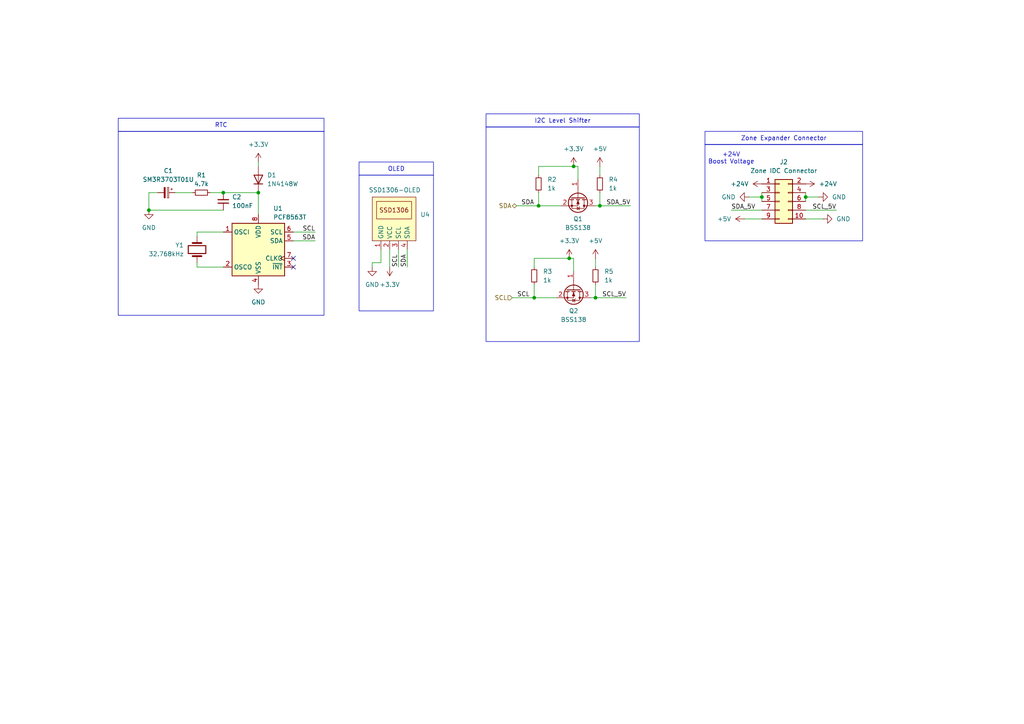
<source format=kicad_sch>
(kicad_sch (version 20231120) (generator "eeschema") (generator_version "8.0")
  (paper "A4")
  (lib_symbols
    (symbol "Connector_Generic:Conn_02x05_Odd_Even" (pin_names (offset 1.016) hide)
      (property "Reference" "J" (at 1.27 7.62 0))
      (property "Value" "Conn_02x05_Odd_Even" (at 1.27 -7.62 0))
      (symbol "Conn_02x05_Odd_Even_1_1"
        (rectangle (start -1.27 -4.953) (end 0 -5.207) (stroke (width 0.1524)))
        (rectangle (start -1.27 -2.413) (end 0 -2.667) (stroke (width 0.1524)))
        (rectangle (start -1.27 0.127) (end 0 -0.127) (stroke (width 0.1524)))
        (rectangle (start -1.27 2.667) (end 0 2.413) (stroke (width 0.1524)))
        (rectangle (start -1.27 5.207) (end 0 4.953) (stroke (width 0.1524)))
        (rectangle (start -1.27 6.35) (end 3.81 -6.35) (stroke (width 0.254)) (fill (type background)))
        (rectangle (start 3.81 -4.953) (end 2.54 -5.207) (stroke (width 0.1524)))
        (rectangle (start 3.81 -2.413) (end 2.54 -2.667) (stroke (width 0.1524)))
        (rectangle (start 3.81 0.127) (end 2.54 -0.127) (stroke (width 0.1524)))
        (rectangle (start 3.81 2.667) (end 2.54 2.413) (stroke (width 0.1524)))
        (rectangle (start 3.81 5.207) (end 2.54 4.953) (stroke (width 0.1524)))
        (pin passive line (at -5.08 5.08 0) (length 3.81) (name "Pin_1") (number "1"))
        (pin passive line (at 7.62 -5.08 180) (length 3.81) (name "Pin_10") (number "10"))
        (pin passive line (at 7.62 5.08 180) (length 3.81) (name "Pin_2") (number "2"))
        (pin passive line (at -5.08 2.54 0) (length 3.81) (name "Pin_3") (number "3"))
        (pin passive line (at 7.62 2.54 180) (length 3.81) (name "Pin_4") (number "4"))
        (pin passive line (at -5.08 0 0) (length 3.81) (name "Pin_5") (number "5"))
        (pin passive line (at 7.62 0 180) (length 3.81) (name "Pin_6") (number "6"))
        (pin passive line (at -5.08 -2.54 0) (length 3.81) (name "Pin_7") (number "7"))
        (pin passive line (at 7.62 -2.54 180) (length 3.81) (name "Pin_8") (number "8"))
        (pin passive line (at -5.08 -5.08 0) (length 3.81) (name "Pin_9") (number "9"))
      )
    )
    (symbol "Device:C_Polarized_Small" (pin_numbers hide) (pin_names (offset 0.254) hide)
      (property "Reference" "C" (at 0.254 1.778 0))
      (property "Value" "C_Polarized_Small" (at 0.254 -2.032 0))
      (symbol "C_Polarized_Small_0_1"
        (rectangle (start -1.524 -0.3048) (end 1.524 -0.6858) (fill (type outline)))
        (rectangle (start -1.524 0.6858) (end 1.524 0.3048))
        (polyline (pts (xy -1.27 1.524) (xy -0.762 1.524)))
        (polyline (pts (xy -1.016 1.27) (xy -1.016 1.778)))
      )
      (symbol "C_Polarized_Small_1_1"
        (pin passive line (at 0 2.54 270) (length 1.8542) (name "~") (number "1"))
        (pin passive line (at 0 -2.54 90) (length 1.8542) (name "~") (number "2"))
      )
    )
    (symbol "Device:C_Small" (pin_numbers hide) (pin_names (offset 0.254) hide)
      (property "Reference" "C" (at 0.254 1.778 0))
      (property "Value" "C_Small" (at 0.254 -2.032 0))
      (symbol "C_Small_0_1"
        (polyline (pts (xy -1.524 -0.508) (xy 1.524 -0.508)) (stroke (width 0.3302)))
        (polyline (pts (xy -1.524 0.508) (xy 1.524 0.508)) (stroke (width 0.3048)))
      )
      (symbol "C_Small_1_1"
        (pin passive line (at 0 2.54 270) (length 2.032) (name "~") (number "1"))
        (pin passive line (at 0 -2.54 90) (length 2.032) (name "~") (number "2"))
      )
    )
    (symbol "Device:Crystal" (pin_numbers hide) (pin_names (offset 1.016) hide)
      (property "Reference" "Y" (at 0 3.81 0))
      (property "Value" "Crystal" (at 0 -3.81 0))
      (symbol "Crystal_0_1"
        (rectangle (start -1.143 2.54) (end 1.143 -2.54) (stroke (width 0.3048)))
        (polyline (pts (xy -2.54 0) (xy -1.905 0)))
        (polyline (pts (xy -1.905 -1.27) (xy -1.905 1.27)) (stroke (width 0.508)))
        (polyline (pts (xy 1.905 -1.27) (xy 1.905 1.27)) (stroke (width 0.508)))
        (polyline (pts (xy 2.54 0) (xy 1.905 0)))
      )
      (symbol "Crystal_1_1"
        (pin passive line (at -3.81 0 0) (length 1.27) (name "1") (number "1"))
        (pin passive line (at 3.81 0 180) (length 1.27) (name "2") (number "2"))
      )
    )
    (symbol "Device:R_Small" (pin_numbers hide) (pin_names (offset 0.254) hide)
      (property "Reference" "R" (at 0.762 0.508 0))
      (property "Value" "R_Small" (at 0.762 -1.016 0))
      (symbol "R_Small_0_1"
        (rectangle (start -0.762 1.778) (end 0.762 -1.778) (stroke (width 0.2032)))
      )
      (symbol "R_Small_1_1"
        (pin passive line (at 0 2.54 270) (length 0.762) (name "~") (number "1"))
        (pin passive line (at 0 -2.54 90) (length 0.762) (name "~") (number "2"))
      )
    )
    (symbol "Diode:1N4148W" (pin_numbers hide) (pin_names hide)
      (property "Reference" "D" (at 0 2.54 0))
      (property "Value" "1N4148W" (at 0 -2.54 0))
      (symbol "1N4148W_0_1"
        (polyline (pts (xy -1.27 1.27) (xy -1.27 -1.27)) (stroke (width 0.254)))
        (polyline (pts (xy 1.27 0) (xy -1.27 0)))
        (polyline (pts (xy 1.27 1.27) (xy 1.27 -1.27) (xy -1.27 0) (xy 1.27 1.27)) (stroke (width 0.254)))
      )
      (symbol "1N4148W_1_1"
        (pin passive line (at -3.81 0 0) (length 2.54) (name "K") (number "1"))
        (pin passive line (at 3.81 0 180) (length 2.54) (name "A") (number "2"))
      )
    )
    (symbol "OpenSprinkler:SSD1306-OLED"
      (property "Reference" "U" (at 0 -1.524 0))
      (property "Value" "SSD1306-OLED" (at 0 0 0))
      (symbol "SSD1306-OLED_1_1"
        (rectangle (start -6.35 6.35) (end 6.35 -6.35) (fill (type background)))
        (rectangle (start -5.08 5.08) (end 5.08 0))
        (text "SSD1306" (at 0 2.54 0) (effects (font (size 1.27 1.27))))
        (pin power_out line (at -3.81 -8.89 90) (length 2.54) (name "GND") (number "1"))
        (pin power_in line (at -1.27 -8.89 90) (length 2.54) (name "VCC") (number "2"))
        (pin input line (at 1.27 -8.89 90) (length 2.54) (name "SCL") (number "3"))
        (pin bidirectional line (at 3.81 -8.89 90) (length 2.54) (name "SDA") (number "4"))
      )
    )
    (symbol "Timer_RTC:PCF8563T"
      (property "Reference" "U" (at -7.62 8.89 0))
      (property "Value" "PCF8563T" (at 2.54 8.89 0))
      (symbol "PCF8563T_0_1"
        (rectangle (start -7.62 7.62) (end 7.62 -7.62) (stroke (width 0.254)) (fill (type background)))
      )
      (symbol "PCF8563T_1_1"
        (pin input line (at -10.16 5.08 0) (length 2.54) (name "OSCI") (number "1"))
        (pin output line (at -10.16 -5.08 0) (length 2.54) (name "OSCO") (number "2"))
        (pin output line (at 10.16 -5.08 180) (length 2.54) (name "~{INT}") (number "3"))
        (pin power_in line (at 0 -10.16 90) (length 2.54) (name "VSS") (number "4"))
        (pin bidirectional line (at 10.16 2.54 180) (length 2.54) (name "SDA") (number "5"))
        (pin input line (at 10.16 5.08 180) (length 2.54) (name "SCL") (number "6"))
        (pin output clock (at 10.16 -2.54 180) (length 2.54) (name "CLKO") (number "7"))
        (pin power_in line (at 0 10.16 270) (length 2.54) (name "VDD") (number "8"))
      )
    )
    (symbol "Transistor_FET:BSS138" (pin_names hide)
      (property "Reference" "Q" (at 5.08 1.905 0))
      (property "Value" "BSS138" (at 5.08 0 0))
      (symbol "BSS138_0_1"
        (polyline (pts (xy 0.254 0) (xy -2.54 0)))
        (polyline (pts (xy 0.254 1.905) (xy 0.254 -1.905)) (stroke (width 0.254)))
        (polyline (pts (xy 0.762 -1.27) (xy 0.762 -2.286)) (stroke (width 0.254)))
        (polyline (pts (xy 0.762 0.508) (xy 0.762 -0.508)) (stroke (width 0.254)))
        (polyline (pts (xy 0.762 2.286) (xy 0.762 1.27)) (stroke (width 0.254)))
        (polyline (pts (xy 2.54 2.54) (xy 2.54 1.778)))
        (polyline (pts (xy 2.54 -2.54) (xy 2.54 0) (xy 0.762 0)))
        (polyline (pts (xy 0.762 -1.778) (xy 3.302 -1.778) (xy 3.302 1.778) (xy 0.762 1.778)))
        (polyline (pts (xy 1.016 0) (xy 2.032 0.381) (xy 2.032 -0.381) (xy 1.016 0)) (fill (type outline)))
        (polyline (pts (xy 2.794 0.508) (xy 2.921 0.381) (xy 3.683 0.381) (xy 3.81 0.254)))
        (polyline (pts (xy 3.302 0.381) (xy 2.921 -0.254) (xy 3.683 -0.254) (xy 3.302 0.381)))
        (circle (center 1.651 0) (radius 2.794) (stroke (width 0.254)))
        (circle (center 2.54 -1.778) (radius 0.254) (fill (type outline)))
        (circle (center 2.54 1.778) (radius 0.254) (fill (type outline)))
      )
      (symbol "BSS138_1_1"
        (pin input line (at -5.08 0 0) (length 2.54) (name "G") (number "1"))
        (pin passive line (at 2.54 -5.08 90) (length 2.54) (name "S") (number "2"))
        (pin passive line (at 2.54 5.08 270) (length 2.54) (name "D") (number "3"))
      )
    )
    (symbol "power:+24V" (power) (pin_numbers hide) (pin_names (offset 0) hide)
      (property "Value" "+24V" (at 0 3.556 0))
      (symbol "+24V_0_1"
        (polyline (pts (xy -0.762 1.27) (xy 0 2.54)))
        (polyline (pts (xy 0 0) (xy 0 2.54)))
        (polyline (pts (xy 0 2.54) (xy 0.762 1.27)))
      )
      (symbol "+24V_1_1"
        (pin power_in line (at 0 0 90) (length 0) (name "~") (number "1"))
      )
    )
    (symbol "power:+3.3V" (power) (pin_numbers hide) (pin_names (offset 0) hide)
      (property "Value" "+3.3V" (at 0 3.556 0))
      (symbol "+3.3V_0_1"
        (polyline (pts (xy -0.762 1.27) (xy 0 2.54)))
        (polyline (pts (xy 0 0) (xy 0 2.54)))
        (polyline (pts (xy 0 2.54) (xy 0.762 1.27)))
      )
      (symbol "+3.3V_1_1"
        (pin power_in line (at 0 0 90) (length 0) (name "~") (number "1"))
      )
    )
    (symbol "power:+5V" (power) (pin_numbers hide) (pin_names (offset 0) hide)
      (property "Value" "+5V" (at 0 3.556 0))
      (symbol "+5V_0_1"
        (polyline (pts (xy -0.762 1.27) (xy 0 2.54)))
        (polyline (pts (xy 0 0) (xy 0 2.54)))
        (polyline (pts (xy 0 2.54) (xy 0.762 1.27)))
      )
      (symbol "+5V_1_1"
        (pin power_in line (at 0 0 90) (length 0) (name "~") (number "1"))
      )
    )
    (symbol "power:GND" (power) (pin_numbers hide) (pin_names (offset 0) hide)
      (property "Value" "GND" (at 0 -3.81 0))
      (symbol "GND_0_1"
        (polyline (pts (xy 0 0) (xy 0 -1.27) (xy 1.27 -1.27) (xy 0 -2.54) (xy -1.27 -1.27) (xy 0 -1.27)))
      )
      (symbol "GND_1_1"
        (pin power_in line (at 0 0 270) (length 0) (name "~") (number "1"))
      )
    )
  )
  (junction (at 233.68 57.15))
  (junction (at 154.94 86.36))
  (junction (at 172.72 86.36))
  (junction (at 220.98 57.15))
  (junction (at 166.37 48.26))
  (junction (at 64.77 55.88))
  (junction (at 156.21 59.69))
  (junction (at 74.93 55.88))
  (junction (at 173.99 59.69))
  (junction (at 43.18 60.96))
  (junction (at 165.1 74.93))
  (no_connect (at 85.09 74.93))
  (no_connect (at 85.09 77.47))
  (wire (pts (xy 233.68 57.15) (xy 233.68 58.42)))
  (wire (pts (xy 154.94 86.36) (xy 148.59 86.36)))
  (wire (pts (xy 166.37 78.74) (xy 166.37 74.93)))
  (wire (pts (xy 172.72 86.36) (xy 181.61 86.36)))
  (wire (pts (xy 220.98 63.5) (xy 215.9 63.5)))
  (wire (pts (xy 220.98 55.88) (xy 220.98 57.15)))
  (wire (pts (xy 233.68 55.88) (xy 233.68 57.15)))
  (wire (pts (xy 107.95 76.2) (xy 107.95 77.47)))
  (wire (pts (xy 85.09 67.31) (xy 91.44 67.31)))
  (wire (pts (xy 43.18 60.96) (xy 64.77 60.96)))
  (wire (pts (xy 64.77 67.31) (xy 57.15 67.31)))
  (wire (pts (xy 237.49 57.15) (xy 233.68 57.15)))
  (wire (pts (xy 43.18 55.88) (xy 45.72 55.88)))
  (wire (pts (xy 110.49 76.2) (xy 110.49 72.39)))
  (wire (pts (xy 220.98 60.96) (xy 212.09 60.96)))
  (wire (pts (xy 173.99 59.69) (xy 172.72 59.69)))
  (wire (pts (xy 156.21 50.8) (xy 156.21 48.26)))
  (wire (pts (xy 57.15 67.31) (xy 57.15 68.58)))
  (wire (pts (xy 172.72 74.93) (xy 172.72 77.47)))
  (wire (pts (xy 173.99 55.88) (xy 173.99 59.69)))
  (wire (pts (xy 43.18 55.88) (xy 43.18 60.96)))
  (wire (pts (xy 220.98 57.15) (xy 220.98 58.42)))
  (wire (pts (xy 233.68 60.96) (xy 242.57 60.96)))
  (wire (pts (xy 50.8 55.88) (xy 55.88 55.88)))
  (wire (pts (xy 156.21 59.69) (xy 162.56 59.69)))
  (wire (pts (xy 172.72 86.36) (xy 171.45 86.36)))
  (wire (pts (xy 115.57 72.39) (xy 115.57 77.47)))
  (wire (pts (xy 57.15 77.47) (xy 64.77 77.47)))
  (wire (pts (xy 233.68 63.5) (xy 238.76 63.5)))
  (wire (pts (xy 74.93 46.99) (xy 74.93 48.26)))
  (wire (pts (xy 113.03 72.39) (xy 113.03 77.47)))
  (wire (pts (xy 154.94 77.47) (xy 154.94 74.93)))
  (wire (pts (xy 74.93 55.88) (xy 74.93 62.23)))
  (wire (pts (xy 172.72 82.55) (xy 172.72 86.36)))
  (wire (pts (xy 165.1 74.93) (xy 166.37 74.93)))
  (wire (pts (xy 156.21 59.69) (xy 149.86 59.69)))
  (wire (pts (xy 107.95 76.2) (xy 110.49 76.2)))
  (wire (pts (xy 57.15 76.2) (xy 57.15 77.47)))
  (wire (pts (xy 60.96 55.88) (xy 64.77 55.88)))
  (wire (pts (xy 118.11 72.39) (xy 118.11 77.47)))
  (wire (pts (xy 156.21 55.88) (xy 156.21 59.69)))
  (wire (pts (xy 167.64 48.26) (xy 166.37 48.26)))
  (wire (pts (xy 85.09 69.85) (xy 91.44 69.85)))
  (wire (pts (xy 217.17 57.15) (xy 220.98 57.15)))
  (wire (pts (xy 156.21 48.26) (xy 166.37 48.26)))
  (wire (pts (xy 64.77 55.88) (xy 74.93 55.88)))
  (wire (pts (xy 154.94 82.55) (xy 154.94 86.36)))
  (wire (pts (xy 154.94 86.36) (xy 161.29 86.36)))
  (wire (pts (xy 173.99 59.69) (xy 182.88 59.69)))
  (wire (pts (xy 173.99 48.26) (xy 173.99 50.8)))
  (wire (pts (xy 154.94 74.93) (xy 165.1 74.93)))
  (wire (pts (xy 167.64 52.07) (xy 167.64 48.26)))
  (rectangle (start 104.14 50.8) (end 125.73 90.17))
  (rectangle (start 140.97 36.83) (end 185.42 99.06))
  (rectangle (start 204.47 41.91) (end 250.19 69.85))
  (rectangle (start 34.29 38.1) (end 93.98 91.44))
  (text_box "OLED" (at 104.14 46.99 0) (size 21.59 3.81) (effects (font (size 1.27 1.27))))
  (text_box "Zone Expander Connector" (at 204.47 38.1 0) (size 45.72 3.81) (effects (font (size 1.27 1.27))))
  (text_box "I2C Level Shifter" (at 140.97 33.02 0) (size 44.45 3.81) (effects (font (size 1.27 1.27))))
  (text_box "RTC" (at 34.29 34.29 0) (size 59.69 3.81) (effects (font (size 1.27 1.27))))
  (text "+24V\nBoost Voltage" (at 212.09 45.974 0) (effects (font (size 1.27 1.27))))
  (label "SDA" (at 91.44 69.85 180))
  (label "SCL" (at 153.67 86.36 180))
  (label "SDA_5V" (at 212.09 60.96 0))
  (label "SCL" (at 91.44 67.31 180))
  (label "SCL" (at 115.57 77.47 90))
  (label "SDA_5V" (at 182.88 59.69 180))
  (label "SCL_5V" (at 242.57 60.96 180))
  (label "SDA" (at 118.11 77.47 90))
  (label "SCL_5V" (at 181.61 86.36 180))
  (label "SDA" (at 154.94 59.69 180))
  (hierarchical_label "SDA" (shape bidirectional) (at 149.86 59.69 180))
  (hierarchical_label "SCL" (shape input) (at 148.59 86.36 180))
  (symbol (lib_id "Transistor_FET:BSS138") (at 166.37 83.82 270) (unit 1)
    (property "Reference" "Q2" (at 166.37 90.17 90))
    (property "Value" "BSS138" (at 166.37 92.71 90))
    (property "Footprint" "Package_TO_SOT_SMD:SOT-23" (effects (hide yes)))
    (property "Datasheet" "https://www.onsemi.com/pub/Collateral/BSS138-D.PDF" (effects (hide yes)))
    (property "Description" "50V Vds, 0.22A Id, N-Channel MOSFET, SOT-23" (effects (hide yes)))
    (property "JLCPCB Part #" "C7420339" (effects (hide yes)))
  )
  (symbol (lib_id "Device:R_Small") (at 173.99 53.34 180) (unit 1)
    (property "Reference" "R4" (at 176.53 52.0699 0) (effects (justify right)))
    (property "Value" "1k" (at 176.53 54.6099 0) (effects (justify right)))
    (property "Footprint" "Resistor_SMD:R_0603_1608Metric_Pad0.98x0.95mm_HandSolder" (effects (hide yes)))
    (property "Description" "Resistor, small symbol" (effects (hide yes)))
    (property "JLCPCB Part #" "C21190" (effects (hide yes)))
  )
  (symbol (lib_id "power:GND") (at 74.93 82.55 0) (unit 1)
    (property "Reference" "#PWR03" (effects (hide yes)))
    (property "Value" "GND" (at 74.93 87.63 0))
    (property "Description" "Power symbol creates a global label with name \"GND\" , ground" (effects (hide yes)))
  )
  (symbol (lib_id "Device:R_Small") (at 156.21 53.34 0) (unit 1)
    (property "Reference" "R2" (at 158.75 52.0699 0) (effects (justify left)))
    (property "Value" "1k" (at 158.75 54.6099 0) (effects (justify left)))
    (property "Footprint" "Resistor_SMD:R_0603_1608Metric_Pad0.98x0.95mm_HandSolder" (effects (hide yes)))
    (property "Description" "Resistor, small symbol" (effects (hide yes)))
    (property "JLCPCB Part #" "C21190" (effects (hide yes)))
  )
  (symbol (lib_id "power:GND") (at 43.18 60.96 0) (unit 1)
    (property "Reference" "#PWR01" (effects (hide yes)))
    (property "Value" "GND" (at 43.18 66.04 0))
    (property "Description" "Power symbol creates a global label with name \"GND\" , ground" (effects (hide yes)))
  )
  (symbol (lib_id "Device:R_Small") (at 172.72 80.01 180) (unit 1)
    (property "Reference" "R5" (at 175.26 78.7399 0) (effects (justify right)))
    (property "Value" "1k" (at 175.26 81.2799 0) (effects (justify right)))
    (property "Footprint" "Resistor_SMD:R_0603_1608Metric_Pad0.98x0.95mm_HandSolder" (effects (hide yes)))
    (property "Description" "Resistor, small symbol" (effects (hide yes)))
    (property "JLCPCB Part #" "C21190" (effects (hide yes)))
  )
  (symbol (lib_id "power:+5V") (at 172.72 74.93 0) (unit 1)
    (property "Reference" "#PWR014" (effects (hide yes)))
    (property "Value" "+5V" (at 172.72 69.85 0))
    (property "Description" "Power symbol creates a global label with name \"+5V\"" (effects (hide yes)))
  )
  (symbol (lib_id "power:+24V") (at 233.68 53.34 270) (unit 1)
    (property "Reference" "#PWR017" (effects (hide yes)))
    (property "Value" "+24V" (at 237.49 53.3399 90) (effects (justify left)))
    (property "Description" "Power symbol creates a global label with name \"+24V\"" (effects (hide yes)))
  )
  (symbol (lib_id "Device:R_Small") (at 58.42 55.88 90) (unit 1)
    (property "Reference" "R1" (at 58.42 50.8 90))
    (property "Value" "4.7k" (at 58.42 53.34 90))
    (property "Footprint" "Resistor_SMD:R_0603_1608Metric_Pad0.98x0.95mm_HandSolder" (effects (hide yes)))
    (property "Description" "Resistor, small symbol" (effects (hide yes)))
    (property "JLCPCB Part #" "C23162" (effects (hide yes)))
  )
  (symbol (lib_id "Timer_RTC:PCF8563T") (at 74.93 72.39 0) (unit 1)
    (property "Reference" "U1" (at 79.248 60.452 0) (effects (justify left)))
    (property "Value" "PCF8563T" (at 79.248 62.992 0) (effects (justify left)))
    (property "Footprint" "Package_SO:SOIC-8_3.9x4.9mm_P1.27mm" (effects (hide yes)))
    (property "Datasheet" "https://www.nxp.com/docs/en/data-sheet/PCF8563.pdf" (effects (hide yes)))
    (property "Description" "Realtime Clock/Calendar I2C Interface, SOIC-8" (effects (hide yes)))
    (property "JLCPCB Part #" "C7440" (effects (hide yes)))
  )
  (symbol (lib_id "power:GND") (at 237.49 57.15 90) (unit 1)
    (property "Reference" "#PWR016" (effects (hide yes)))
    (property "Value" "GND" (at 241.3 57.1499 90) (effects (justify right)))
    (property "Description" "Power symbol creates a global label with name \"GND\" , ground" (effects (hide yes)))
  )
  (symbol (lib_id "power:+3.3V") (at 165.1 74.93 0) (unit 1)
    (property "Reference" "#PWR013" (effects (hide yes)))
    (property "Value" "+3.3V" (at 165.1 69.85 0))
    (property "Description" "Power symbol creates a global label with name \"+3.3V\"" (effects (hide yes)))
  )
  (symbol (lib_id "Connector_Generic:Conn_02x05_Odd_Even") (at 226.06 58.42 0) (unit 1)
    (property "Reference" "J2" (at 227.33 46.99 0))
    (property "Value" "Zone IDC Connector" (at 227.33 49.53 0))
    (property "Footprint" "Connector_IDC:IDC-Header_2x05_P2.54mm_Horizontal" (effects (hide yes)))
    (property "Description" "Generic connector, double row, 02x05, odd/even pin numbering scheme (row 1 odd numbers, row 2 even numbers), script generated (kicad-library-utils/schlib/autogen/connector/)" (effects (hide yes)))
    (property "JLCPCB Part #" "C9140" (effects (hide yes)))
  )
  (symbol (lib_id "power:+3.3V") (at 113.03 77.47 180) (unit 1)
    (property "Reference" "#PWR06" (effects (hide yes)))
    (property "Value" "+3.3V" (at 113.03 82.55 0))
    (property "Description" "Power symbol creates a global label with name \"+3.3V\"" (effects (hide yes)))
  )
  (symbol (lib_id "power:+3.3V") (at 166.37 48.26 0) (unit 1)
    (property "Reference" "#PWR011" (effects (hide yes)))
    (property "Value" "+3.3V" (at 166.37 43.18 0))
    (property "Description" "Power symbol creates a global label with name \"+3.3V\"" (effects (hide yes)))
  )
  (symbol (lib_id "Device:C_Polarized_Small") (at 48.26 55.88 270) (unit 1)
    (property "Reference" "C1" (at 48.8061 49.53 90))
    (property "Value" "SM3R3703T01U" (at 48.8061 52.07 90))
    (property "Footprint" "OpenSprinkler:SM3R3703T01" (effects (hide yes)))
    (property "Description" "Polarized capacitor, small symbol" (effects (hide yes)))
    (property "JLCPCB Part #" "C396469" (effects (hide yes)))
  )
  (symbol (lib_id "power:+3.3V") (at 74.93 46.99 0) (unit 1)
    (property "Reference" "#PWR02" (effects (hide yes)))
    (property "Value" "+3.3V" (at 74.93 41.91 0))
    (property "Description" "Power symbol creates a global label with name \"+3.3V\"" (effects (hide yes)))
  )
  (symbol (lib_id "power:+5V") (at 215.9 63.5 90) (unit 1)
    (property "Reference" "#PWR09" (effects (hide yes)))
    (property "Value" "+5V" (at 212.09 63.5001 90) (effects (justify left)))
    (property "Description" "Power symbol creates a global label with name \"+5V\"" (effects (hide yes)))
  )
  (symbol (lib_id "Diode:1N4148W") (at 74.93 52.07 90) (unit 1)
    (property "Reference" "D1" (at 77.47 50.7999 90) (effects (justify right)))
    (property "Value" "1N4148W" (at 77.47 53.3399 90) (effects (justify right)))
    (property "Footprint" "Diode_SMD:D_SOD-123" (effects (hide yes)))
    (property "Datasheet" "https://www.vishay.com/docs/85748/1n4148w.pdf" (effects (hide yes)))
    (property "Description" "75V 0.15A Fast Switching Diode, SOD-123" (effects (hide yes)))
    (property "Sim.Device" "D" (effects (hide yes)))
    (property "Sim.Pins" "1=K 2=A" (effects (hide yes)))
    (property "JLCPCB Part #" "C81598" (effects (hide yes)))
  )
  (symbol (lib_id "power:GND") (at 107.95 77.47 0) (unit 1)
    (property "Reference" "#PWR05" (effects (hide yes)))
    (property "Value" "GND" (at 107.95 82.55 0))
    (property "Description" "Power symbol creates a global label with name \"GND\" , ground" (effects (hide yes)))
  )
  (symbol (lib_id "Transistor_FET:BSS138") (at 167.64 57.15 270) (unit 1)
    (property "Reference" "Q1" (at 167.64 63.5 90))
    (property "Value" "BSS138" (at 167.64 66.04 90))
    (property "Footprint" "Package_TO_SOT_SMD:SOT-23" (effects (hide yes)))
    (property "Datasheet" "https://www.onsemi.com/pub/Collateral/BSS138-D.PDF" (effects (hide yes)))
    (property "Description" "50V Vds, 0.22A Id, N-Channel MOSFET, SOT-23" (effects (hide yes)))
    (property "JLCPCB Part #" "C7420339" (effects (hide yes)))
  )
  (symbol (lib_id "Device:Crystal") (at 57.15 72.39 90) (mirror x) (unit 1)
    (property "Reference" "Y1" (at 53.34 71.1199 90) (effects (justify left)))
    (property "Value" "32.768kHz" (at 53.34 73.6599 90) (effects (justify left)))
    (property "Footprint" "Crystal:Crystal_DS26_D2.0mm_L6.0mm_Horizontal" (effects (hide yes)))
    (property "Description" "Two pin crystal" (effects (hide yes)))
    (property "JLCPCB Part #" "C145163" (effects (hide yes)))
  )
  (symbol (lib_id "OpenSprinkler:SSD1306-OLED") (at 114.3 63.5 0) (unit 1)
    (property "Reference" "U4" (at 121.92 62.2299 0) (effects (justify left)))
    (property "Value" "SSD1306-OLED" (at 106.934 55.118 0) (effects (justify left)))
    (property "Footprint" "OpenSprinkler:JMD0.96D-1" (effects (hide yes)))
    (property "JLCPCB Part #" "C2935975" (effects (hide yes)))
  )
  (symbol (lib_id "power:GND") (at 217.17 57.15 270) (unit 1)
    (property "Reference" "#PWR015" (effects (hide yes)))
    (property "Value" "GND" (at 213.36 57.1499 90) (effects (justify right)))
    (property "Description" "Power symbol creates a global label with name \"GND\" , ground" (effects (hide yes)))
  )
  (symbol (lib_id "Device:R_Small") (at 154.94 80.01 0) (unit 1)
    (property "Reference" "R3" (at 157.48 78.7399 0) (effects (justify left)))
    (property "Value" "1k" (at 157.48 81.2799 0) (effects (justify left)))
    (property "Footprint" "Resistor_SMD:R_0603_1608Metric_Pad0.98x0.95mm_HandSolder" (effects (hide yes)))
    (property "Description" "Resistor, small symbol" (effects (hide yes)))
    (property "JLCPCB Part #" "C21190" (effects (hide yes)))
  )
  (symbol (lib_id "power:+24V") (at 220.98 53.34 90) (unit 1)
    (property "Reference" "#PWR04" (effects (hide yes)))
    (property "Value" "+24V" (at 217.17 53.3399 90) (effects (justify left)))
    (property "Description" "Power symbol creates a global label with name \"+24V\"" (effects (hide yes)))
  )
  (symbol (lib_id "power:+5V") (at 173.99 48.26 0) (unit 1)
    (property "Reference" "#PWR012" (effects (hide yes)))
    (property "Value" "+5V" (at 173.99 43.18 0))
    (property "Description" "Power symbol creates a global label with name \"+5V\"" (effects (hide yes)))
  )
  (symbol (lib_id "power:GND") (at 238.76 63.5 90) (unit 1)
    (property "Reference" "#PWR010" (effects (hide yes)))
    (property "Value" "GND" (at 242.57 63.4999 90) (effects (justify right)))
    (property "Description" "Power symbol creates a global label with name \"GND\" , ground" (effects (hide yes)))
  )
  (symbol (lib_id "Device:C_Small") (at 64.77 58.42 180) (unit 1)
    (property "Reference" "C2" (at 67.31 57.1435 0) (effects (justify right)))
    (property "Value" "100nF" (at 67.31 59.6835 0) (effects (justify right)))
    (property "Footprint" "Capacitor_SMD:C_0603_1608Metric_Pad1.08x0.95mm_HandSolder" (effects (hide yes)))
    (property "Description" "Unpolarized capacitor, small symbol" (effects (hide yes)))
    (property "JLCPCB Part #" "C14663" (effects (hide yes)))
  )
)
</source>
